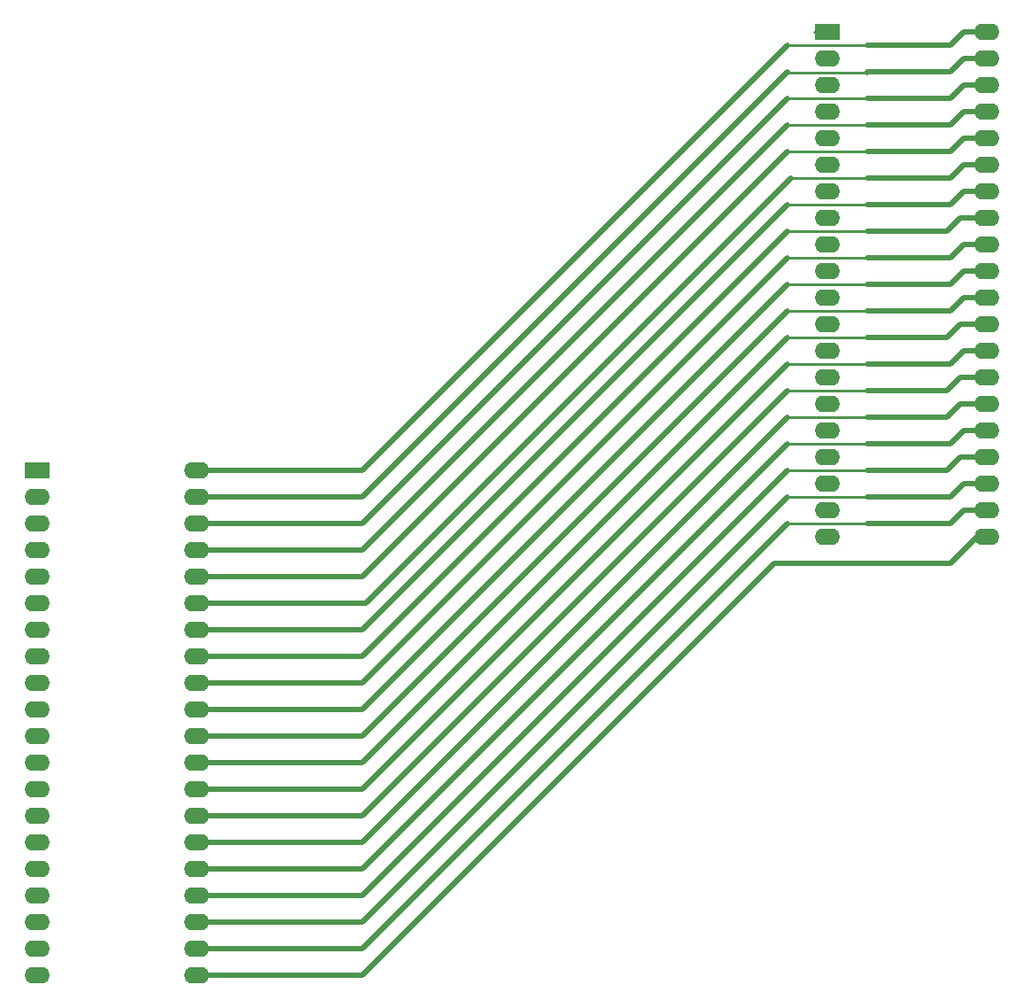
<source format=gbr>
%TF.GenerationSoftware,KiCad,Pcbnew,7.0.7*%
%TF.CreationDate,2024-01-01T13:21:05+01:00*%
%TF.ProjectId,A500-Kickadapter,41353030-2d4b-4696-936b-616461707465,rev?*%
%TF.SameCoordinates,Original*%
%TF.FileFunction,Copper,L2,Bot*%
%TF.FilePolarity,Positive*%
%FSLAX46Y46*%
G04 Gerber Fmt 4.6, Leading zero omitted, Abs format (unit mm)*
G04 Created by KiCad (PCBNEW 7.0.7) date 2024-01-01 13:21:05*
%MOMM*%
%LPD*%
G01*
G04 APERTURE LIST*
%TA.AperFunction,ComponentPad*%
%ADD10R,2.400000X1.600000*%
%TD*%
%TA.AperFunction,ComponentPad*%
%ADD11O,2.400000X1.600000*%
%TD*%
%TA.AperFunction,Conductor*%
%ADD12C,0.508000*%
%TD*%
%TA.AperFunction,Conductor*%
%ADD13C,0.250000*%
%TD*%
G04 APERTURE END LIST*
D10*
%TO.P,SOCKET_AMIGA1,1,1*%
%TO.N,/A17*%
X100965000Y-80645000D03*
D11*
%TO.P,SOCKET_AMIGA1,2,2*%
%TO.N,/A7*%
X100965000Y-83185000D03*
%TO.P,SOCKET_AMIGA1,3,3*%
%TO.N,/A6*%
X100965000Y-85725000D03*
%TO.P,SOCKET_AMIGA1,4,4*%
%TO.N,/A5*%
X100965000Y-88265000D03*
%TO.P,SOCKET_AMIGA1,5,5*%
%TO.N,/A4*%
X100965000Y-90805000D03*
%TO.P,SOCKET_AMIGA1,6,6*%
%TO.N,/A3*%
X100965000Y-93345000D03*
%TO.P,SOCKET_AMIGA1,7,7*%
%TO.N,/A2*%
X100965000Y-95885000D03*
%TO.P,SOCKET_AMIGA1,8,8*%
%TO.N,/A1*%
X100965000Y-98425000D03*
%TO.P,SOCKET_AMIGA1,9,9*%
%TO.N,/A0*%
X100965000Y-100965000D03*
%TO.P,SOCKET_AMIGA1,10,10*%
%TO.N,/~{E}*%
X100965000Y-103505000D03*
%TO.P,SOCKET_AMIGA1,11,11*%
%TO.N,Net-(SOCKET_AMIGA1-Pad11)*%
X100965000Y-106045000D03*
%TO.P,SOCKET_AMIGA1,12,12*%
%TO.N,/~{G}*%
X100965000Y-108585000D03*
%TO.P,SOCKET_AMIGA1,13,13*%
%TO.N,/Q0*%
X100965000Y-111125000D03*
%TO.P,SOCKET_AMIGA1,14,14*%
%TO.N,/Q8*%
X100965000Y-113665000D03*
%TO.P,SOCKET_AMIGA1,15,15*%
%TO.N,/Q1*%
X100965000Y-116205000D03*
%TO.P,SOCKET_AMIGA1,16,16*%
%TO.N,/Q9*%
X100965000Y-118745000D03*
%TO.P,SOCKET_AMIGA1,17,17*%
%TO.N,/Q2*%
X100965000Y-121285000D03*
%TO.P,SOCKET_AMIGA1,18,18*%
%TO.N,/Q10*%
X100965000Y-123825000D03*
%TO.P,SOCKET_AMIGA1,19,19*%
%TO.N,/Q3*%
X100965000Y-126365000D03*
%TO.P,SOCKET_AMIGA1,20,20*%
%TO.N,/Q11*%
X100965000Y-128905000D03*
%TO.P,SOCKET_AMIGA1,21,21*%
%TO.N,Net-(SOCKET_AMIGA1-Pad21)*%
X116205000Y-128905000D03*
%TO.P,SOCKET_AMIGA1,22,22*%
%TO.N,/Q4*%
X116205000Y-126365000D03*
%TO.P,SOCKET_AMIGA1,23,23*%
%TO.N,/Q12*%
X116205000Y-123825000D03*
%TO.P,SOCKET_AMIGA1,24,24*%
%TO.N,/Q5*%
X116205000Y-121285000D03*
%TO.P,SOCKET_AMIGA1,25,25*%
%TO.N,/Q13*%
X116205000Y-118745000D03*
%TO.P,SOCKET_AMIGA1,26,26*%
%TO.N,/Q6*%
X116205000Y-116205000D03*
%TO.P,SOCKET_AMIGA1,27,27*%
%TO.N,/Q14*%
X116205000Y-113665000D03*
%TO.P,SOCKET_AMIGA1,28,28*%
%TO.N,/Q7*%
X116205000Y-111125000D03*
%TO.P,SOCKET_AMIGA1,29,29*%
%TO.N,/Q15*%
X116205000Y-108585000D03*
%TO.P,SOCKET_AMIGA1,30,30*%
%TO.N,Net-(SOCKET_AMIGA1-Pad30)*%
X116205000Y-106045000D03*
%TO.P,SOCKET_AMIGA1,31,31*%
%TO.N,Net-(SOCKET_AMIGA1-Pad31)*%
X116205000Y-103505000D03*
%TO.P,SOCKET_AMIGA1,32,32*%
%TO.N,/A16*%
X116205000Y-100965000D03*
%TO.P,SOCKET_AMIGA1,33,33*%
%TO.N,/A15*%
X116205000Y-98425000D03*
%TO.P,SOCKET_AMIGA1,34,34*%
%TO.N,/A14*%
X116205000Y-95885000D03*
%TO.P,SOCKET_AMIGA1,35,35*%
%TO.N,/A13*%
X116205000Y-93345000D03*
%TO.P,SOCKET_AMIGA1,36,36*%
%TO.N,/A12*%
X116205000Y-90805000D03*
%TO.P,SOCKET_AMIGA1,37,37*%
%TO.N,/A11*%
X116205000Y-88265000D03*
%TO.P,SOCKET_AMIGA1,38,38*%
%TO.N,/A10*%
X116205000Y-85725000D03*
%TO.P,SOCKET_AMIGA1,39,39*%
%TO.N,/A9*%
X116205000Y-83185000D03*
%TO.P,SOCKET_AMIGA1,40,40*%
%TO.N,/A8*%
X116205000Y-80645000D03*
%TD*%
D10*
%TO.P,SOCKET_EPROM1,1,1*%
%TO.N,/A17*%
X176530000Y-38735000D03*
D11*
%TO.P,SOCKET_EPROM1,2,2*%
%TO.N,/A7*%
X176530000Y-41275000D03*
%TO.P,SOCKET_EPROM1,3,3*%
%TO.N,/A6*%
X176530000Y-43815000D03*
%TO.P,SOCKET_EPROM1,4,4*%
%TO.N,/A5*%
X176530000Y-46355000D03*
%TO.P,SOCKET_EPROM1,5,5*%
%TO.N,/A4*%
X176530000Y-48895000D03*
%TO.P,SOCKET_EPROM1,6,6*%
%TO.N,/A3*%
X176530000Y-51435000D03*
%TO.P,SOCKET_EPROM1,7,7*%
%TO.N,/A2*%
X176530000Y-53975000D03*
%TO.P,SOCKET_EPROM1,8,8*%
%TO.N,/A1*%
X176530000Y-56515000D03*
%TO.P,SOCKET_EPROM1,9,9*%
%TO.N,/A0*%
X176530000Y-59055000D03*
%TO.P,SOCKET_EPROM1,10,10*%
%TO.N,/~{E}*%
X176530000Y-61595000D03*
%TO.P,SOCKET_EPROM1,11,11*%
%TO.N,Net-(SOCKET_AMIGA1-Pad11)*%
X176530000Y-64135000D03*
%TO.P,SOCKET_EPROM1,12,12*%
%TO.N,/~{G}*%
X176530000Y-66675000D03*
%TO.P,SOCKET_EPROM1,13,13*%
%TO.N,/Q0*%
X176530000Y-69215000D03*
%TO.P,SOCKET_EPROM1,14,14*%
%TO.N,/Q8*%
X176530000Y-71755000D03*
%TO.P,SOCKET_EPROM1,15,15*%
%TO.N,/Q1*%
X176530000Y-74295000D03*
%TO.P,SOCKET_EPROM1,16,16*%
%TO.N,/Q9*%
X176530000Y-76835000D03*
%TO.P,SOCKET_EPROM1,17,17*%
%TO.N,/Q2*%
X176530000Y-79375000D03*
%TO.P,SOCKET_EPROM1,18,18*%
%TO.N,/Q10*%
X176530000Y-81915000D03*
%TO.P,SOCKET_EPROM1,19,19*%
%TO.N,/Q3*%
X176530000Y-84455000D03*
%TO.P,SOCKET_EPROM1,20,20*%
%TO.N,/Q11*%
X176530000Y-86995000D03*
%TO.P,SOCKET_EPROM1,21,21*%
%TO.N,Net-(SOCKET_AMIGA1-Pad21)*%
X191770000Y-86995000D03*
%TO.P,SOCKET_EPROM1,22,22*%
%TO.N,/Q4*%
X191770000Y-84455000D03*
%TO.P,SOCKET_EPROM1,23,23*%
%TO.N,/Q12*%
X191770000Y-81915000D03*
%TO.P,SOCKET_EPROM1,24,24*%
%TO.N,/Q5*%
X191770000Y-79375000D03*
%TO.P,SOCKET_EPROM1,25,25*%
%TO.N,/Q13*%
X191770000Y-76835000D03*
%TO.P,SOCKET_EPROM1,26,26*%
%TO.N,/Q6*%
X191770000Y-74295000D03*
%TO.P,SOCKET_EPROM1,27,27*%
%TO.N,/Q14*%
X191770000Y-71755000D03*
%TO.P,SOCKET_EPROM1,28,28*%
%TO.N,/Q7*%
X191770000Y-69215000D03*
%TO.P,SOCKET_EPROM1,29,29*%
%TO.N,/Q15*%
X191770000Y-66675000D03*
%TO.P,SOCKET_EPROM1,30,30*%
%TO.N,Net-(SOCKET_AMIGA1-Pad30)*%
X191770000Y-64135000D03*
%TO.P,SOCKET_EPROM1,31,31*%
%TO.N,Net-(SOCKET_AMIGA1-Pad31)*%
X191770000Y-61595000D03*
%TO.P,SOCKET_EPROM1,32,32*%
%TO.N,/A16*%
X191770000Y-59055000D03*
%TO.P,SOCKET_EPROM1,33,33*%
%TO.N,/A15*%
X191770000Y-56515000D03*
%TO.P,SOCKET_EPROM1,34,34*%
%TO.N,/A14*%
X191770000Y-53975000D03*
%TO.P,SOCKET_EPROM1,35,35*%
%TO.N,/A13*%
X191770000Y-51435000D03*
%TO.P,SOCKET_EPROM1,36,36*%
%TO.N,/A12*%
X191770000Y-48895000D03*
%TO.P,SOCKET_EPROM1,37,37*%
%TO.N,/A11*%
X191770000Y-46355000D03*
%TO.P,SOCKET_EPROM1,38,38*%
%TO.N,/A10*%
X191770000Y-43815000D03*
%TO.P,SOCKET_EPROM1,39,39*%
%TO.N,/A9*%
X191770000Y-41275000D03*
%TO.P,SOCKET_EPROM1,40,40*%
%TO.N,/A8*%
X191770000Y-38735000D03*
%TD*%
D12*
%TO.N,Net-(SOCKET_AMIGA1-Pad31)*%
X188277500Y-62865000D02*
X180340000Y-62865000D01*
%TO.N,Net-(SOCKET_AMIGA1-Pad30)*%
X180340000Y-65405000D02*
X180324000Y-65389000D01*
X188277500Y-65405000D02*
X180340000Y-65405000D01*
D13*
X172736000Y-65389000D02*
X180324000Y-65389000D01*
D12*
X172720000Y-65405000D02*
X172736000Y-65389000D01*
D13*
%TO.N,Net-(SOCKET_AMIGA1-Pad31)*%
X172720000Y-62865000D02*
X180340000Y-62865000D01*
D12*
X132080000Y-103505000D02*
X116205000Y-103505000D01*
X172720000Y-62865000D02*
X132080000Y-103505000D01*
X189547500Y-61595000D02*
X188277500Y-62865000D01*
X191770000Y-61595000D02*
X189547500Y-61595000D01*
%TO.N,Net-(SOCKET_AMIGA1-Pad30)*%
X191770000Y-64135000D02*
X189547500Y-64135000D01*
X189547500Y-64135000D02*
X188277500Y-65405000D01*
X172720000Y-65405000D02*
X132080000Y-106045000D01*
D13*
%TO.N,/A17*%
X175260000Y-38735000D02*
X176530000Y-38735000D01*
D12*
%TO.N,Net-(SOCKET_AMIGA1-Pad30)*%
X132080000Y-106045000D02*
X116322500Y-106045000D01*
%TO.N,Net-(SOCKET_AMIGA1-Pad21)*%
X188277500Y-89535000D02*
X171450000Y-89535000D01*
X190817500Y-86995000D02*
X188277500Y-89535000D01*
X191770000Y-86995000D02*
X190817500Y-86995000D01*
X171450000Y-89535000D02*
X171291250Y-89693750D01*
X116322500Y-128905000D02*
X132080000Y-128905000D01*
X132080000Y-128905000D02*
X171291250Y-89693750D01*
%TO.N,/Q4*%
X191770000Y-84455000D02*
X189547500Y-84455000D01*
X172720000Y-85725000D02*
X132080000Y-126365000D01*
X188277500Y-85725000D02*
X180340000Y-85725000D01*
X189547500Y-84455000D02*
X188277500Y-85725000D01*
X116322500Y-126365000D02*
X132080000Y-126365000D01*
D13*
X172720000Y-85725000D02*
X180340000Y-85725000D01*
D12*
%TO.N,/Q12*%
X132080000Y-123825000D02*
X172720000Y-83185000D01*
X189547500Y-81915000D02*
X188277500Y-83185000D01*
X116322500Y-123825000D02*
X132080000Y-123825000D01*
X188277500Y-83185000D02*
X180340000Y-83185000D01*
X191770000Y-81915000D02*
X189547500Y-81915000D01*
D13*
X172720000Y-83185000D02*
X180340000Y-83185000D01*
D12*
%TO.N,/Q5*%
X191770000Y-79375000D02*
X189230000Y-79375000D01*
D13*
X172720000Y-80645000D02*
X180340000Y-80645000D01*
D12*
X187960000Y-80645000D02*
X180340000Y-80645000D01*
X189230000Y-79375000D02*
X187960000Y-80645000D01*
X132080000Y-121285000D02*
X116322500Y-121285000D01*
X172720000Y-80645000D02*
X132080000Y-121285000D01*
%TO.N,/Q13*%
X189547500Y-76835000D02*
X188277500Y-78105000D01*
X188277500Y-78105000D02*
X180340000Y-78105000D01*
X172720000Y-78105000D02*
X132080000Y-118745000D01*
D13*
X172720000Y-78105000D02*
X180340000Y-78105000D01*
D12*
X191770000Y-76835000D02*
X189547500Y-76835000D01*
X116322500Y-118745000D02*
X132080000Y-118745000D01*
D13*
%TO.N,/Q6*%
X172720000Y-75565000D02*
X180340000Y-75565000D01*
D12*
X187960000Y-75565000D02*
X180340000Y-75565000D01*
X189230000Y-74295000D02*
X191770000Y-74295000D01*
X116322500Y-116205000D02*
X132080000Y-116205000D01*
X132080000Y-116205000D02*
X172720000Y-75565000D01*
X187960000Y-75565000D02*
X189230000Y-74295000D01*
%TO.N,/Q14*%
X189230000Y-71755000D02*
X187960000Y-73025000D01*
X132080000Y-113665000D02*
X116322500Y-113665000D01*
X187960000Y-73025000D02*
X180340000Y-73025000D01*
X172720000Y-73025000D02*
X132080000Y-113665000D01*
D13*
X172720000Y-73025000D02*
X180340000Y-73025000D01*
D12*
X191770000Y-71755000D02*
X189230000Y-71755000D01*
%TO.N,/Q7*%
X188277500Y-70485000D02*
X180340000Y-70485000D01*
D13*
X172720000Y-70485000D02*
X180340000Y-70485000D01*
D12*
X189547500Y-69215000D02*
X188277500Y-70485000D01*
X116322500Y-111125000D02*
X132080000Y-111125000D01*
X132080000Y-111125000D02*
X172720000Y-70485000D01*
X191770000Y-69215000D02*
X189547500Y-69215000D01*
D13*
%TO.N,/Q15*%
X172720000Y-67945000D02*
X180340000Y-67945000D01*
D12*
X187960000Y-67945000D02*
X180340000Y-67945000D01*
X189230000Y-66675000D02*
X187960000Y-67945000D01*
X191770000Y-66675000D02*
X189230000Y-66675000D01*
X132080000Y-108585000D02*
X116322500Y-108585000D01*
X172720000Y-67945000D02*
X132080000Y-108585000D01*
%TO.N,/A16*%
X188277500Y-60325000D02*
X180340000Y-60325000D01*
X132080000Y-100965000D02*
X116322500Y-100965000D01*
D13*
X172720000Y-60325000D02*
X180340000Y-60325000D01*
D12*
X189547500Y-59055000D02*
X188277500Y-60325000D01*
X191770000Y-59055000D02*
X189547500Y-59055000D01*
X172720000Y-60325000D02*
X132080000Y-100965000D01*
%TO.N,/A15*%
X187960000Y-57785000D02*
X189230000Y-56515000D01*
X116322500Y-98425000D02*
X132080000Y-98425000D01*
D13*
X172720000Y-57785000D02*
X180340000Y-57785000D01*
D12*
X132080000Y-98425000D02*
X172720000Y-57785000D01*
X189230000Y-56515000D02*
X191770000Y-56515000D01*
X187960000Y-57785000D02*
X180340000Y-57785000D01*
%TO.N,/A14*%
X132080000Y-95885000D02*
X172720000Y-55245000D01*
D13*
X172720000Y-55245000D02*
X180340000Y-55245000D01*
D12*
X188277500Y-55245000D02*
X180340000Y-55245000D01*
X191770000Y-53975000D02*
X189547500Y-53975000D01*
X189547500Y-53975000D02*
X188277500Y-55245000D01*
X116322500Y-95885000D02*
X132080000Y-95885000D01*
%TO.N,/A13*%
X188277500Y-52705000D02*
X180340000Y-52705000D01*
D13*
X173037500Y-52705000D02*
X180340000Y-52705000D01*
D12*
X132397500Y-93345000D02*
X116322500Y-93345000D01*
X173037500Y-52705000D02*
X132397500Y-93345000D01*
X189547500Y-51435000D02*
X188277500Y-52705000D01*
X191770000Y-51435000D02*
X189547500Y-51435000D01*
%TO.N,/A12*%
X172720000Y-50165000D02*
X132080000Y-90805000D01*
X188277500Y-50165000D02*
X180340000Y-50165000D01*
X116322500Y-90805000D02*
X132080000Y-90805000D01*
X189547500Y-48895000D02*
X188277500Y-50165000D01*
X191770000Y-48895000D02*
X189547500Y-48895000D01*
D13*
X172720000Y-50165000D02*
X180340000Y-50165000D01*
D12*
%TO.N,/A11*%
X132080000Y-88265000D02*
X172720000Y-47625000D01*
X188277500Y-47625000D02*
X180340000Y-47625000D01*
X188277500Y-47625000D02*
X189547500Y-46355000D01*
X189547500Y-46355000D02*
X191770000Y-46355000D01*
X116322500Y-88265000D02*
X132080000Y-88265000D01*
D13*
X172720000Y-47625000D02*
X180340000Y-47625000D01*
D12*
%TO.N,/A10*%
X172720000Y-45085000D02*
X132080000Y-85725000D01*
X191770000Y-43815000D02*
X189547500Y-43815000D01*
X188277500Y-45085000D02*
X180340000Y-45085000D01*
X189547500Y-43815000D02*
X188277500Y-45085000D01*
X116322500Y-85725000D02*
X132080000Y-85725000D01*
D13*
X172720000Y-45085000D02*
X180340000Y-45085000D01*
D12*
%TO.N,/A9*%
X172720000Y-42545000D02*
X132080000Y-83185000D01*
X132080000Y-83185000D02*
X116322500Y-83185000D01*
X188277500Y-42545000D02*
X180340000Y-42545000D01*
X191770000Y-41275000D02*
X189547500Y-41275000D01*
X172720000Y-42545000D02*
X172736000Y-42561000D01*
X180340000Y-42545000D02*
X180324000Y-42561000D01*
D13*
X172736000Y-42561000D02*
X180324000Y-42561000D01*
D12*
X189547500Y-41275000D02*
X188277500Y-42545000D01*
%TO.N,/A8*%
X132080000Y-80645000D02*
X116322500Y-80645000D01*
X188277500Y-40005000D02*
X180340000Y-40005000D01*
X191770000Y-38735000D02*
X189547500Y-38735000D01*
X189547500Y-38735000D02*
X188277500Y-40005000D01*
X172720000Y-40005000D02*
X132080000Y-80645000D01*
D13*
X172720000Y-40005000D02*
X180340000Y-40005000D01*
%TD*%
M02*

</source>
